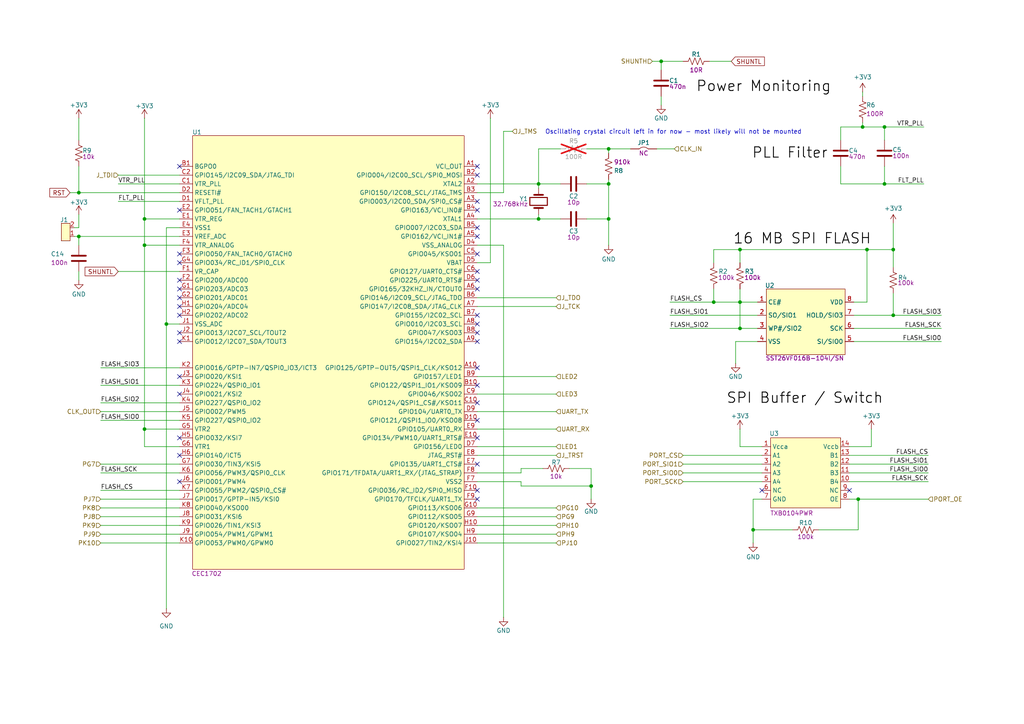
<source format=kicad_sch>
(kicad_sch (version 20231120) (generator "eeschema") (generator_version "8.0")
  (paper "A4")
  (lib_symbols
    (symbol "0603_Yageo_Res:RES_100R_0603" (pin_numbers hide)
      (property "Reference" "R" (at -20.32 5.08 0))
      (property "Display Value" "100R" (at 15.24 5.08 0))
      (symbol "RES_100R_0603_1_1"
        (pin passive line (at -3.81 0 0) (length 1.27) (name "~") (number "1"))
        (pin passive line (at 3.81 0 180) (length 1.27) (name "~") (number "2"))
      )
    )
    (symbol "0603_Yageo_Res:RES_100k_0603" (pin_numbers hide)
      (property "Reference" "R" (at -20.32 5.08 0))
      (property "Display Value" "100k" (at 15.24 5.08 0))
      (symbol "RES_100k_0603_1_1"
        (pin passive line (at -3.81 0 0) (length 1.27) (name "~") (number "1"))
        (pin passive line (at 3.81 0 180) (length 1.27) (name "~") (number "2"))
      )
    )
    (symbol "0603_Yageo_Res:RES_10R_0603" (pin_numbers hide)
      (property "Reference" "R" (at -20.32 5.08 0))
      (property "Display Value" "10R" (at 15.24 5.08 0))
      (symbol "RES_10R_0603_1_1"
        (pin passive line (at -3.81 0 0) (length 1.27) (name "~") (number "1"))
        (pin passive line (at 3.81 0 180) (length 1.27) (name "~") (number "2"))
      )
    )
    (symbol "0603_Yageo_Res:RES_10k_0603" (pin_numbers hide)
      (property "Reference" "R" (at -20.32 5.08 0))
      (property "Display Value" "10k" (at 15.24 5.08 0))
      (symbol "RES_10k_0603_1_1"
        (pin passive line (at -3.81 0 0) (length 1.27) (name "~") (number "1"))
        (pin passive line (at 3.81 0 180) (length 1.27) (name "~") (number "2"))
      )
    )
    (symbol "0603_Yageo_Res:RES_910k_0603" (pin_numbers hide)
      (property "Reference" "R" (at -20.32 5.08 0))
      (property "Display Value" "910k" (at 15.24 5.08 0))
      (symbol "RES_910k_0603_1_1"
        (pin passive line (at -3.81 0 0) (length 1.27) (name "~") (number "1"))
        (pin passive line (at 3.81 0 180) (length 1.27) (name "~") (number "2"))
      )
    )
    (symbol "NAE_Connectors:Solder_Jumper_2_NC" (pin_numbers hide)
      (property "Reference" "JP" (at -3.81 3.81 0))
      (property "Display Value" "NC" (at -3.81 0 0))
      (symbol "Solder_Jumper_2_NC_1_1"
        (pin unspecified line (at 0 3.81 270) (length 2.54) (name "") (number "1"))
        (pin unspecified line (at 0 -3.81 90) (length 2.54) (name "") (number "2"))
      )
    )
    (symbol "NAE_Connectors:VERT_HDR_2_2.54mm"
      (property "Reference" "J" (at 0 3.81 0))
      (symbol "VERT_HDR_2_2.54mm_1_1"
        (pin passive line (at -2.54 1.27 0) (length 1.27) (name "") (number "1"))
        (pin passive line (at -2.54 -1.27 0) (length 1.27) (name "") (number "2"))
      )
    )
    (symbol "NAE_Crystals:Crystal_32.768kHz_SMD" (pin_numbers hide)
      (property "Reference" "Y" (at 0 3.81 0))
      (property "Display Value" "32.768kHz" (at 0 -3.81 0))
      (symbol "Crystal_32.768kHz_SMD_1_1"
        (pin passive line (at -3.81 0 0) (length 1.27) (name "") (number "1"))
        (pin passive line (at 3.81 0 180) (length 1.27) (name "") (number "2"))
      )
    )
    (symbol "NAE_Integrated_Circuits:CEC1702"
      (property "Reference" "U" (at -35.56 10.16 0))
      (property "Display Value" "CEC1702" (at -35.56 -118.11 0))
      (symbol "CEC1702_1_1"
        (pin unspecified line (at 43.18 0 180) (length 3.81) (name "VCI_OUT") (number "A1"))
        (pin unspecified line (at 43.18 -58.42 180) (length 3.81) (name "GPIO125/GPTP-OUT5/QSPI1_CLK/KSO12") (number "A10"))
        (pin unspecified line (at 43.18 -5.08 180) (length 3.81) (name "XTAL2") (number "A2"))
        (pin unspecified line (at 43.18 -10.16 180) (length 3.81) (name "GPIO003/I2C00_SDA/SPI0_CS#") (number "A3"))
        (pin unspecified line (at 43.18 -15.24 180) (length 3.81) (name "XTAL1") (number "A4"))
        (pin unspecified line (at 43.18 -20.32 180) (length 3.81) (name "GPIO162/VCI_IN1#") (number "A5"))
        (pin unspecified line (at 43.18 -35.56 180) (length 3.81) (name "GPIO165/32KHZ_IN/CTOUT0") (number "A6"))
        (pin unspecified line (at 43.18 -40.64 180) (length 3.81) (name "GPIO147/I2C08_SDA/JTAG_CLK") (number "A7"))
        (pin unspecified line (at 43.18 -45.72 180) (length 3.81) (name "GPIO010/I2C03_SCL") (number "A8"))
        (pin unspecified line (at 43.18 -50.8 180) (length 3.81) (name "GPIO154/I2C02_SDA") (number "A9"))
        (pin unspecified line (at -43.18 0 0) (length 3.81) (name "BGPO0") (number "B1"))
        (pin unspecified line (at 43.18 -63.5 180) (length 3.81) (name "GPIO122/QSPI1_IO1/KSO09") (number "B10"))
        (pin unspecified line (at 43.18 -2.54 180) (length 3.81) (name "GPIO004/I2C00_SCL/SPI0_MOSI") (number "B2"))
        (pin unspecified line (at 43.18 -7.62 180) (length 3.81) (name "GPIO150/I2C08_SCL/JTAG_TMS") (number "B3"))
        (pin unspecified line (at 43.18 -12.7 180) (length 3.81) (name "GPIO163/VCI_IN0#") (number "B4"))
        (pin unspecified line (at 43.18 -17.78 180) (length 3.81) (name "GPIO007/I2C03_SDA") (number "B5"))
        (pin unspecified line (at 43.18 -38.1 180) (length 3.81) (name "GPIO146/I2C09_SCL/JTAG_TDO") (number "B6"))
        (pin unspecified line (at 43.18 -43.18 180) (length 3.81) (name "GPIO155/I2C02_SCL") (number "B7"))
        (pin unspecified line (at 43.18 -48.26 180) (length 3.81) (name "GPIO047/KSO03") (number "B8"))
        (pin unspecified line (at 43.18 -60.96 180) (length 3.81) (name "GPIO157/LED1") (number "B9"))
        (pin unspecified line (at -43.18 -5.08 0) (length 3.81) (name "VTR_PLL") (number "C1"))
        (pin unspecified line (at 43.18 -68.58 180) (length 3.81) (name "GPIO124/QSPI1_CS#/KSO11") (number "C10"))
        (pin unspecified line (at -43.18 -2.54 0) (length 3.81) (name "GPIO145/I2C09_SDA/JTAG_TDI") (number "C2"))
        (pin unspecified line (at 43.18 -25.4 180) (length 3.81) (name "GPIO045/KSO01") (number "C5"))
        (pin unspecified line (at 43.18 -30.48 180) (length 3.81) (name "GPIO127/UART0_CTS#") (number "C6"))
        (pin unspecified line (at 43.18 -66.04 180) (length 3.81) (name "GPIO046/KSO02") (number "C9"))
        (pin unspecified line (at -43.18 -10.16 0) (length 3.81) (name "VFLT_PLL") (number "D1"))
        (pin unspecified line (at 43.18 -73.66 180) (length 3.81) (name "GPIO121/QSPI1_IO0/KSO08") (number "D10"))
        (pin unspecified line (at -43.18 -7.62 0) (length 3.81) (name "RESETI#") (number "D2"))
        (pin unspecified line (at 43.18 -22.86 180) (length 3.81) (name "VSS_ANALOG") (number "D4"))
        (pin unspecified line (at 43.18 -27.94 180) (length 3.81) (name "VBAT") (number "D5"))
        (pin unspecified line (at 43.18 -33.02 180) (length 3.81) (name "GPIO225/UART0_RTS#") (number "D6"))
        (pin unspecified line (at 43.18 -81.28 180) (length 3.81) (name "GPIO156/LED0") (number "D7"))
        (pin unspecified line (at 43.18 -71.12 180) (length 3.81) (name "GPIO104/UART0_TX") (number "D9"))
        (pin unspecified line (at -43.18 -15.24 0) (length 3.81) (name "VTR_REG") (number "E1"))
        (pin unspecified line (at 43.18 -78.74 180) (length 3.81) (name "GPIO134/PWM10/UART1_RTS#") (number "E10"))
        (pin unspecified line (at -43.18 -12.7 0) (length 3.81) (name "GPIO051/FAN_TACH1/GTACH1") (number "E2"))
        (pin unspecified line (at -43.18 -20.32 0) (length 3.81) (name "VREF_ADC") (number "E3"))
        (pin unspecified line (at -43.18 -17.78 0) (length 3.81) (name "VSS1") (number "E4"))
        (pin unspecified line (at 43.18 -86.36 180) (length 3.81) (name "GPIO135/UART1_CTS#") (number "E7"))
        (pin unspecified line (at 43.18 -83.82 180) (length 3.81) (name "JTAG_RST#") (number "E8"))
        (pin unspecified line (at 43.18 -76.2 180) (length 3.81) (name "GPIO105/UART0_RX") (number "E9"))
        (pin unspecified line (at -43.18 -30.48 0) (length 3.81) (name "VR_CAP") (number "F1"))
        (pin unspecified line (at 43.18 -93.98 180) (length 3.81) (name "GPIO036/RC_ID2/SPI0_MISO") (number "F10"))
        (pin unspecified line (at -43.18 -33.02 0) (length 3.81) (name "GPIO200/ADC00") (number "F2"))
        (pin unspecified line (at -43.18 -25.4 0) (length 3.81) (name "GPIO050/FAN_TACH0/GTACH0") (number "F3"))
        (pin unspecified line (at -43.18 -22.86 0) (length 3.81) (name "VTR_ANALOG") (number "F4"))
        (pin unspecified line (at 43.18 -91.44 180) (length 3.81) (name "VSS2") (number "F7"))
        (pin unspecified line (at 43.18 -88.9 180) (length 3.81) (name "GPIO171/TFDATA/UART1_RX/(JTAG_STRAP)") (number "F8"))
        (pin unspecified line (at 43.18 -96.52 180) (length 3.81) (name "GPIO170/TFCLK/UART1_TX") (number "F9"))
        (pin unspecified line (at -43.18 -35.56 0) (length 3.81) (name "GPIO203/ADC03") (number "G1"))
        (pin unspecified line (at 43.18 -99.06 180) (length 3.81) (name "GPIO113/KSO06") (number "G10"))
        (pin unspecified line (at -43.18 -38.1 0) (length 3.81) (name "GPIO201/ADC01") (number "G2"))
        (pin unspecified line (at -43.18 -27.94 0) (length 3.81) (name "GPIO034/RC_ID1/SPI0_CLK") (number "G4"))
        (pin unspecified line (at -43.18 -76.2 0) (length 3.81) (name "VTR2") (number "G5"))
        (pin unspecified line (at -43.18 -81.28 0) (length 3.81) (name "VTR1") (number "G6"))
        (pin unspecified line (at -43.18 -86.36 0) (length 3.81) (name "GPIO030/TIN3/KSI5") (number "G7"))
        (pin unspecified line (at 43.18 -101.6 180) (length 3.81) (name "GPIO112/KSO05") (number "G9"))
        (pin unspecified line (at -43.18 -40.64 0) (length 3.81) (name "GPIO204/ADC04") (number "H1"))
        (pin unspecified line (at 43.18 -104.14 180) (length 3.81) (name "GPIO120/KSO07") (number "H10"))
        (pin unspecified line (at -43.18 -43.18 0) (length 3.81) (name "GPIO202/ADC02") (number "H2"))
        (pin unspecified line (at -43.18 -78.74 0) (length 3.81) (name "GPIO032/KSI7") (number "H5"))
        (pin unspecified line (at -43.18 -83.82 0) (length 3.81) (name "GPIO140/ICT5") (number "H6"))
        (pin unspecified line (at 43.18 -106.68 180) (length 3.81) (name "GPIO107/KSO04") (number "H9"))
        (pin unspecified line (at -43.18 -45.72 0) (length 3.81) (name "VSS_ADC") (number "J1"))
        (pin unspecified line (at 43.18 -109.22 180) (length 3.81) (name "GPIO027/TIN2/KSI4") (number "J10"))
        (pin unspecified line (at -43.18 -48.26 0) (length 3.81) (name "GPIO013/I2C07_SCL/TOUT2") (number "J2"))
        (pin unspecified line (at -43.18 -60.96 0) (length 3.81) (name "GPIO020/KSI1") (number "J3"))
        (pin unspecified line (at -43.18 -66.04 0) (length 3.81) (name "GPIO021/KSI2") (number "J4"))
        (pin unspecified line (at -43.18 -71.12 0) (length 3.81) (name "GPIO002/PWM5") (number "J5"))
        (pin unspecified line (at -43.18 -91.44 0) (length 3.81) (name "GPIO001/PWM4") (number "J6"))
        (pin unspecified line (at -43.18 -96.52 0) (length 3.81) (name "GPIO017/GPTP-IN5/KSI0") (number "J7"))
        (pin unspecified line (at -43.18 -101.6 0) (length 3.81) (name "GPIO031/KSI6") (number "J8"))
        (pin unspecified line (at -43.18 -106.68 0) (length 3.81) (name "GPIO054/PWM1/GPWM1") (number "J9"))
        (pin unspecified line (at -43.18 -50.8 0) (length 3.81) (name "GPIO012/I2C07_SDA/TOUT3") (number "K1"))
        (pin unspecified line (at -43.18 -109.22 0) (length 3.81) (name "GPIO053/PWM0/GPWM0") (number "K10"))
        (pin unspecified line (at -43.18 -58.42 0) (length 3.81) (name "GPIO016/GPTP-IN7/QSPI0_IO3/ICT3") (number "K2"))
        (pin unspecified line (at -43.18 -63.5 0) (length 3.81) (name "GPIO224/QSPI0_IO1") (number "K3"))
        (pin unspecified line (at -43.18 -68.58 0) (length 3.81) (name "GPIO227/QSPI0_IO2") (number "K4"))
        (pin unspecified line (at -43.18 -73.66 0) (length 3.81) (name "GPIO227/QSPI0_IO2") (number "K5"))
        (pin unspecified line (at -43.18 -88.9 0) (length 3.81) (name "GPIO056/PWM3/QSPI0_CLK") (number "K6"))
        (pin unspecified line (at -43.18 -93.98 0) (length 3.81) (name "GPIO055/PWM2/QSPI0_CS#") (number "K7"))
        (pin unspecified line (at -43.18 -99.06 0) (length 3.81) (name "GPIO040/KSO00") (number "K8"))
        (pin unspecified line (at -43.18 -104.14 0) (length 3.81) (name "GPIO026/TIN1/KSI3") (number "K9"))
      )
    )
    (symbol "NAE_Integrated_Circuits:SST26VF016B"
      (property "Reference" "U" (at -10.16 5.08 0))
      (property "Display Value" "SST26VF016B-104I/SN" (at 0 -16.51 0))
      (symbol "SST26VF016B_1_1"
        (pin unspecified line (at -13.97 0 0) (length 2.54) (name "CE#") (number "1"))
        (pin unspecified line (at -13.97 -3.81 0) (length 2.54) (name "SO/SIO1") (number "2"))
        (pin unspecified line (at -13.97 -7.62 0) (length 2.54) (name "WP#/SIO2") (number "3"))
        (pin unspecified line (at -13.97 -11.43 0) (length 2.54) (name "VSS") (number "4"))
        (pin unspecified line (at 13.97 -11.43 180) (length 2.54) (name "SI/SIO0") (number "5"))
        (pin unspecified line (at 13.97 -7.62 180) (length 2.54) (name "SCK") (number "6"))
        (pin unspecified line (at 13.97 -3.81 180) (length 2.54) (name "HOLD/SIO3") (number "7"))
        (pin unspecified line (at 13.97 0 180) (length 2.54) (name "VDD") (number "8"))
      )
    )
    (symbol "NAE_Integrated_Circuits:TXB0104PWR"
      (property "Reference" "U" (at -10.16 3.81 0))
      (property "Display Value" "TXB0104PWR" (at -3.81 -20.32 0))
      (symbol "TXB0104PWR_1_1"
        (pin unspecified line (at -12.7 0 0) (length 2.54) (name "Vcca") (number "1"))
        (pin unspecified line (at 12.7 -10.16 180) (length 2.54) (name "B4") (number "10"))
        (pin unspecified line (at 12.7 -7.62 180) (length 2.54) (name "B3") (number "11"))
        (pin unspecified line (at 12.7 -5.08 180) (length 2.54) (name "B2") (number "12"))
        (pin unspecified line (at 12.7 -2.54 180) (length 2.54) (name "B1") (number "13"))
        (pin unspecified line (at 12.7 0 180) (length 2.54) (name "Vccb") (number "14"))
        (pin unspecified line (at -12.7 -2.54 0) (length 2.54) (name "A1") (number "2"))
        (pin unspecified line (at -12.7 -5.08 0) (length 2.54) (name "A2") (number "3"))
        (pin unspecified line (at -12.7 -7.62 0) (length 2.54) (name "A3") (number "4"))
        (pin unspecified line (at -12.7 -10.16 0) (length 2.54) (name "A4") (number "5"))
        (pin unspecified line (at -12.7 -12.7 0) (length 2.54) (name "NC") (number "6"))
        (pin unspecified line (at -12.7 -15.24 0) (length 2.54) (name "GND") (number "7"))
        (pin unspecified line (at 12.7 -15.24 180) (length 2.54) (name "OE") (number "8"))
        (pin unspecified line (at 12.7 -12.7 180) (length 2.54) (name "NC") (number "9"))
      )
    )
    (symbol "Silkscreen_Symbols:CE_Free" (in_bom no)
      (property "Reference" "PCB" (at -2.54 6.35 0))
      (property "Value" "CE Symbol" (at 0 0 0))
    )
    (symbol "Silkscreen_Symbols:Pb_Free" (in_bom no)
      (property "Reference" "PCB" (at 0 0 0))
      (property "Value" "Pb_Free Symbol" (at 0 0 0))
    )
    (symbol "Silkscreen_Symbols:UKCA" (in_bom no)
      (property "Reference" "PCB" (at 0 0 0))
      (property "Value" "UKCA symbol" (at 0 0 0))
    )
    (symbol "Silkscreen_Symbols:WEEE" (in_bom no)
      (property "Reference" "PCB" (at -1.27 4.445 0))
      (property "Value" "WEEE SYMBOL" (at 0 0 0))
    )
    (symbol "nae_caps:CAP_100n_50V_0603" (pin_numbers hide)
      (property "Reference" "C" (at -20.32 5.08 0))
      (property "Display Value" "100n" (at 15.24 5.08 0))
      (symbol "CAP_100n_50V_0603_1_1"
        (pin passive line (at -3.81 0 0) (length 2.794) (name "~") (number "1"))
        (pin passive line (at 3.81 0 180) (length 2.794) (name "~") (number "2"))
      )
    )
    (symbol "nae_caps:CAP_100n_6.3V_0603" (pin_numbers hide)
      (property "Reference" "C" (at -20.32 5.08 0))
      (property "Display Value" "100n" (at 15.24 5.08 0))
      (symbol "CAP_100n_6.3V_0603_1_1"
        (pin passive line (at -3.81 0 0) (length 2.794) (name "~") (number "1"))
        (pin passive line (at 3.81 0 180) (length 2.794) (name "~") (number "2"))
      )
    )
    (symbol "nae_caps:CAP_10p_10V_0603" (pin_numbers hide)
      (property "Reference" "C" (at -20.32 5.08 0))
      (property "Display Value" "10p" (at 15.24 5.08 0))
      (symbol "CAP_10p_10V_0603_1_1"
        (pin passive line (at -3.81 0 0) (length 2.794) (name "~") (number "1"))
        (pin passive line (at 3.81 0 180) (length 2.794) (name "~") (number "2"))
      )
    )
    (symbol "nae_caps:CAP_470n_10V_0603" (pin_numbers hide)
      (property "Reference" "C" (at -20.32 5.08 0))
      (property "Display Value" "470n" (at 15.24 5.08 0))
      (symbol "CAP_470n_10V_0603_1_1"
        (pin passive line (at -3.81 0 0) (length 2.794) (name "~") (number "1"))
        (pin passive line (at 3.81 0 180) (length 2.794) (name "~") (number "2"))
      )
    )
    (symbol "power:+3V3" (power) (pin_numbers hide) (pin_names (offset 0) hide)
      (property "Value" "+3V3" (at 0 3.556 0))
      (symbol "+3V3_1_1"
        (pin power_in line (at 0 0 90) (length 0) (name "~") (number "1"))
      )
    )
    (symbol "power:GND" (power) (pin_numbers hide) (pin_names (offset 0) hide)
      (property "Value" "GND" (at 0 -3.81 0))
      (symbol "GND_1_1"
        (pin power_in line (at 0 0 270) (length 0) (name "~") (number "1"))
      )
    )
  )
  (junction (at 259.08 91.44))
  (junction (at 156.21 53.34))
  (junction (at 171.45 140.97))
  (junction (at 156.21 63.5))
  (junction (at 176.53 53.34))
  (junction (at 191.77 17.78))
  (junction (at 214.63 87.63))
  (junction (at 250.19 36.83))
  (junction (at 176.53 63.5))
  (junction (at 214.63 95.25))
  (junction (at 41.91 124.46))
  (junction (at 214.63 72.39))
  (junction (at 41.91 71.12))
  (junction (at 256.54 36.83))
  (junction (at 218.44 153.67))
  (junction (at 251.46 72.39))
  (junction (at 176.53 43.18))
  (junction (at 248.92 144.78))
  (junction (at 48.26 93.98))
  (junction (at 207.01 87.63))
  (junction (at 22.86 68.58))
  (junction (at 256.54 53.34))
  (junction (at 259.08 72.39))
  (junction (at 22.86 55.88))
  (junction (at 41.91 63.5))
  (no_connect (at 138.43 142.24))
  (no_connect (at 52.07 60.96))
  (no_connect (at 138.43 60.96))
  (no_connect (at 52.07 127))
  (no_connect (at 138.43 111.76))
  (no_connect (at 52.07 109.22))
  (no_connect (at 138.43 106.68))
  (no_connect (at 52.07 139.7))
  (no_connect (at 138.43 50.8))
  (no_connect (at 52.07 99.06))
  (no_connect (at 138.43 48.26))
  (no_connect (at 138.43 116.84))
  (no_connect (at 138.43 144.78))
  (no_connect (at 138.43 81.28))
  (no_connect (at 52.07 81.28))
  (no_connect (at 138.43 99.06))
  (no_connect (at 138.43 68.58))
  (no_connect (at 138.43 58.42))
  (no_connect (at 52.07 88.9))
  (no_connect (at 138.43 78.74))
  (no_connect (at 138.43 121.92))
  (no_connect (at 52.07 114.3))
  (no_connect (at 52.07 48.26))
  (no_connect (at 138.43 66.04))
  (no_connect (at 138.43 83.82))
  (no_connect (at 138.43 96.52))
  (no_connect (at 138.43 93.98))
  (no_connect (at 220.98 142.24))
  (no_connect (at 52.07 86.36))
  (no_connect (at 52.07 73.66))
  (no_connect (at 138.43 134.62))
  (no_connect (at 246.38 142.24))
  (no_connect (at 52.07 132.08))
  (no_connect (at 52.07 76.2))
  (no_connect (at 138.43 127))
  (no_connect (at 52.07 83.82))
  (no_connect (at 138.43 91.44))
  (no_connect (at 52.07 91.44))
  (no_connect (at 52.07 96.52))
  (no_connect (at 138.43 73.66))
  (wire (pts (xy 246.38 134.62) (xy 269.24 134.62)))
  (wire (pts (xy 176.53 63.5) (xy 176.53 71.12)))
  (wire (pts (xy 237.49 153.67) (xy 248.92 153.67)))
  (wire (pts (xy 151.13 140.97) (xy 171.45 140.97)))
  (wire (pts (xy 246.38 144.78) (xy 248.92 144.78)))
  (wire (pts (xy 156.21 53.34) (xy 156.21 54.61)))
  (wire (pts (xy 29.21 142.24) (xy 52.07 142.24)))
  (wire (pts (xy 214.63 72.39) (xy 251.46 72.39)))
  (wire (pts (xy 41.91 63.5) (xy 52.07 63.5)))
  (wire (pts (xy 247.65 99.06) (xy 273.05 99.06)))
  (wire (pts (xy 29.21 154.94) (xy 52.07 154.94)))
  (wire (pts (xy 220.98 129.54) (xy 214.63 129.54)))
  (wire (pts (xy 243.84 53.34) (xy 256.54 53.34)))
  (wire (pts (xy 146.05 71.12) (xy 146.05 179.07)))
  (wire (pts (xy 22.86 55.88) (xy 52.07 55.88)))
  (wire (pts (xy 259.08 91.44) (xy 273.05 91.44)))
  (wire (pts (xy 146.05 38.1) (xy 146.05 55.88)))
  (wire (pts (xy 138.43 152.4) (xy 161.29 152.4)))
  (wire (pts (xy 22.86 68.58) (xy 21.59 68.58)))
  (wire (pts (xy 246.38 139.7) (xy 269.24 139.7)))
  (wire (pts (xy 256.54 53.34) (xy 267.97 53.34)))
  (wire (pts (xy 219.71 99.06) (xy 213.36 99.06)))
  (wire (pts (xy 218.44 144.78) (xy 218.44 153.67)))
  (wire (pts (xy 176.53 43.18) (xy 176.53 44.45)))
  (wire (pts (xy 156.21 53.34) (xy 156.21 43.18)))
  (wire (pts (xy 48.26 93.98) (xy 48.26 176.53)))
  (wire (pts (xy 41.91 34.29) (xy 41.91 63.5)))
  (wire (pts (xy 151.13 140.97) (xy 151.13 139.7)))
  (wire (pts (xy 138.43 71.12) (xy 146.05 71.12)))
  (wire (pts (xy 189.23 17.78) (xy 191.77 17.78)))
  (wire (pts (xy 207.01 76.2) (xy 207.01 72.39)))
  (wire (pts (xy 250.19 26.67) (xy 250.19 27.94)))
  (wire (pts (xy 246.38 132.08) (xy 269.24 132.08)))
  (wire (pts (xy 138.43 76.2) (xy 142.24 76.2)))
  (wire (pts (xy 214.63 72.39) (xy 214.63 76.2)))
  (wire (pts (xy 138.43 88.9) (xy 161.29 88.9)))
  (wire (pts (xy 251.46 87.63) (xy 251.46 72.39)))
  (wire (pts (xy 256.54 36.83) (xy 267.97 36.83)))
  (wire (pts (xy 247.65 95.25) (xy 273.05 95.25)))
  (wire (pts (xy 29.21 147.32) (xy 52.07 147.32)))
  (wire (pts (xy 41.91 124.46) (xy 41.91 129.54)))
  (wire (pts (xy 190.5 43.18) (xy 195.58 43.18)))
  (wire (pts (xy 151.13 135.89) (xy 157.48 135.89)))
  (wire (pts (xy 29.21 157.48) (xy 52.07 157.48)))
  (wire (pts (xy 156.21 43.18) (xy 162.56 43.18)))
  (wire (pts (xy 251.46 72.39) (xy 259.08 72.39)))
  (wire (pts (xy 138.43 86.36) (xy 161.29 86.36)))
  (wire (pts (xy 22.86 68.58) (xy 22.86 71.12)))
  (wire (pts (xy 156.21 53.34) (xy 162.56 53.34)))
  (wire (pts (xy 138.43 55.88) (xy 146.05 55.88)))
  (wire (pts (xy 48.26 66.04) (xy 48.26 93.98)))
  (wire (pts (xy 156.21 63.5) (xy 162.56 63.5)))
  (wire (pts (xy 170.18 63.5) (xy 176.53 63.5)))
  (wire (pts (xy 213.36 99.06) (xy 213.36 105.41)))
  (wire (pts (xy 41.91 124.46) (xy 52.07 124.46)))
  (wire (pts (xy 138.43 63.5) (xy 156.21 63.5)))
  (wire (pts (xy 29.21 149.86) (xy 52.07 149.86)))
  (wire (pts (xy 22.86 55.88) (xy 22.86 48.26)))
  (wire (pts (xy 138.43 149.86) (xy 161.29 149.86)))
  (wire (pts (xy 198.12 132.08) (xy 220.98 132.08)))
  (wire (pts (xy 256.54 53.34) (xy 256.54 48.26)))
  (wire (pts (xy 138.43 124.46) (xy 161.29 124.46)))
  (wire (pts (xy 142.24 34.29) (xy 142.24 76.2)))
  (wire (pts (xy 34.29 53.34) (xy 52.07 53.34)))
  (wire (pts (xy 29.21 119.38) (xy 52.07 119.38)))
  (wire (pts (xy 214.63 95.25) (xy 219.71 95.25)))
  (wire (pts (xy 171.45 135.89) (xy 171.45 140.97)))
  (wire (pts (xy 250.19 35.56) (xy 250.19 36.83)))
  (wire (pts (xy 29.21 137.16) (xy 52.07 137.16)))
  (wire (pts (xy 243.84 36.83) (xy 250.19 36.83)))
  (wire (pts (xy 259.08 77.47) (xy 259.08 72.39)))
  (wire (pts (xy 22.86 78.74) (xy 22.86 81.28)))
  (wire (pts (xy 218.44 153.67) (xy 218.44 157.48)))
  (wire (pts (xy 48.26 93.98) (xy 52.07 93.98)))
  (wire (pts (xy 214.63 87.63) (xy 219.71 87.63)))
  (wire (pts (xy 41.91 129.54) (xy 52.07 129.54)))
  (wire (pts (xy 214.63 124.46) (xy 214.63 129.54)))
  (wire (pts (xy 246.38 137.16) (xy 269.24 137.16)))
  (wire (pts (xy 248.92 144.78) (xy 269.24 144.78)))
  (wire (pts (xy 256.54 36.83) (xy 256.54 40.64)))
  (wire (pts (xy 243.84 48.26) (xy 243.84 53.34)))
  (wire (pts (xy 198.12 137.16) (xy 220.98 137.16)))
  (wire (pts (xy 176.53 53.34) (xy 176.53 63.5)))
  (wire (pts (xy 138.43 119.38) (xy 161.29 119.38)))
  (wire (pts (xy 214.63 83.82) (xy 214.63 87.63)))
  (wire (pts (xy 29.21 144.78) (xy 52.07 144.78)))
  (wire (pts (xy 250.19 36.83) (xy 256.54 36.83)))
  (wire (pts (xy 138.43 53.34) (xy 156.21 53.34)))
  (wire (pts (xy 29.21 106.68) (xy 52.07 106.68)))
  (wire (pts (xy 34.29 58.42) (xy 52.07 58.42)))
  (wire (pts (xy 138.43 114.3) (xy 161.29 114.3)))
  (wire (pts (xy 218.44 153.67) (xy 229.87 153.67)))
  (wire (pts (xy 194.31 87.63) (xy 207.01 87.63)))
  (wire (pts (xy 138.43 132.08) (xy 161.29 132.08)))
  (wire (pts (xy 34.29 78.74) (xy 52.07 78.74)))
  (wire (pts (xy 29.21 121.92) (xy 52.07 121.92)))
  (wire (pts (xy 29.21 116.84) (xy 52.07 116.84)))
  (wire (pts (xy 41.91 63.5) (xy 41.91 71.12)))
  (wire (pts (xy 138.43 157.48) (xy 161.29 157.48)))
  (wire (pts (xy 194.31 95.25) (xy 214.63 95.25)))
  (wire (pts (xy 248.92 153.67) (xy 248.92 144.78)))
  (wire (pts (xy 41.91 71.12) (xy 52.07 71.12)))
  (wire (pts (xy 170.18 53.34) (xy 176.53 53.34)))
  (wire (pts (xy 259.08 64.77) (xy 259.08 72.39)))
  (wire (pts (xy 246.38 129.54) (xy 252.73 129.54)))
  (wire (pts (xy 194.31 91.44) (xy 219.71 91.44)))
  (wire (pts (xy 171.45 140.97) (xy 171.45 144.78)))
  (wire (pts (xy 247.65 91.44) (xy 259.08 91.44)))
  (wire (pts (xy 41.91 71.12) (xy 41.91 124.46)))
  (wire (pts (xy 29.21 152.4) (xy 52.07 152.4)))
  (wire (pts (xy 170.18 43.18) (xy 176.53 43.18)))
  (wire (pts (xy 20.32 55.88) (xy 22.86 55.88)))
  (wire (pts (xy 151.13 135.89) (xy 151.13 137.16)))
  (wire (pts (xy 138.43 147.32) (xy 161.29 147.32)))
  (wire (pts (xy 243.84 40.64) (xy 243.84 36.83)))
  (wire (pts (xy 176.53 43.18) (xy 182.88 43.18)))
  (wire (pts (xy 207.01 87.63) (xy 214.63 87.63)))
  (wire (pts (xy 151.13 139.7) (xy 138.43 139.7)))
  (wire (pts (xy 171.45 135.89) (xy 165.1 135.89)))
  (wire (pts (xy 138.43 109.22) (xy 161.29 109.22)))
  (wire (pts (xy 156.21 62.23) (xy 156.21 63.5)))
  (wire (pts (xy 214.63 87.63) (xy 214.63 95.25)))
  (wire (pts (xy 29.21 134.62) (xy 52.07 134.62)))
  (wire (pts (xy 22.86 66.04) (xy 22.86 62.23)))
  (wire (pts (xy 21.59 66.04) (xy 22.86 66.04)))
  (wire (pts (xy 259.08 85.09) (xy 259.08 91.44)))
  (wire (pts (xy 22.86 34.29) (xy 22.86 40.64)))
  (wire (pts (xy 191.77 27.94) (xy 191.77 30.48)))
  (wire (pts (xy 198.12 139.7) (xy 220.98 139.7)))
  (wire (pts (xy 151.13 137.16) (xy 138.43 137.16)))
  (wire (pts (xy 138.43 129.54) (xy 161.29 129.54)))
  (wire (pts (xy 207.01 72.39) (xy 214.63 72.39)))
  (wire (pts (xy 22.86 68.58) (xy 52.07 68.58)))
  (wire (pts (xy 205.74 17.78) (xy 212.09 17.78)))
  (wire (pts (xy 191.77 17.78) (xy 198.12 17.78)))
  (wire (pts (xy 34.29 50.8) (xy 52.07 50.8)))
  (wire (pts (xy 48.26 66.04) (xy 52.07 66.04)))
  (wire (pts (xy 252.73 124.46) (xy 252.73 129.54)))
  (wire (pts (xy 138.43 154.94) (xy 161.29 154.94)))
  (wire (pts (xy 207.01 83.82) (xy 207.01 87.63)))
  (wire (pts (xy 191.77 17.78) (xy 191.77 20.32)))
  (wire (pts (xy 220.98 144.78) (xy 218.44 144.78)))
  (wire (pts (xy 247.65 87.63) (xy 251.46 87.63)))
  (wire (pts (xy 148.59 38.1) (xy 146.05 38.1)))
  (wire (pts (xy 176.53 52.07) (xy 176.53 53.34)))
  (wire (pts (xy 198.12 134.62) (xy 220.98 134.62)))
  (wire (pts (xy 29.21 111.76) (xy 52.07 111.76)))
  (text "PLL Filter" (at 229.108 44.45 0) (effects (font (size 3 3) (thickness 0.254) (bold yes))))
  (text "16 MB SPI FLASH" (at 232.664 69.342 0) (effects (font (size 3 3) (thickness 0.254) (bold yes))))
  (text "Power Monitoring" (at 221.488 25.146 0) (effects (font (size 3 3) (thickness 0.254) (bold yes))))
  (text "Oscillating crystal circuit left in for now - most likely will not be mounted" (at 195.326 38.354 0) (effects (font (size 1.27 1.27))))
  (text "SPI Buffer / Switch" (at 233.426 115.57 0) (effects (font (size 3 3) (thickness 0.254) (bold yes))))
  (label "FLASH_SCK" (at 29.21 137.16 0))
  (label "FLASH_SIO0" (at 273.05 99.06 180))
  (label "FLASH_CS" (at 269.24 132.08 180))
  (label "FLT_PLL" (at 267.97 53.34 180))
  (label "FLASH_SIO1" (at 194.31 91.44 0))
  (label "VTR_PLL" (at 34.29 53.34 0))
  (label "FLASH_SIO0" (at 29.21 121.92 0))
  (label "FLASH_SIO0" (at 269.24 137.16 180))
  (label "FLASH_SIO1" (at 29.21 111.76 0))
  (label "FLASH_SCK" (at 273.05 95.25 180))
  (label "FLASH_SIO2" (at 29.21 116.84 0))
  (label "FLT_PLL" (at 34.29 58.42 0))
  (label "FLASH_CS" (at 29.21 142.24 0))
  (label "FLASH_SIO2" (at 194.31 95.25 0))
  (label "FLASH_SIO3" (at 29.21 106.68 0))
  (label "FLASH_SIO1" (at 269.24 134.62 180))
  (label "VTR_PLL" (at 267.97 36.83 180))
  (label "FLASH_CS" (at 194.31 87.63 0))
  (label "FLASH_SCK" (at 269.24 139.7 180))
  (label "FLASH_SIO3" (at 273.05 91.44 180))
  (global_label "RST" (shape input) (at 20.32 55.88 180) (property "Intersheetrefs" "${INTERSHEET_REFS}" (effects (hide yes))))
  (global_label "SHUNTL" (shape input) (at 34.29 78.74 180) (property "Intersheetrefs" "${INTERSHEET_REFS}" (effects (hide yes))))
  (global_label "SHUNTL" (shape input) (at 212.09 17.78 0) (property "Intersheetrefs" "${INTERSHEET_REFS}" (effects (hide yes))))
  (hierarchical_label "J_TDI" (shape input) (at 34.29 50.8 180))
  (hierarchical_label "PORT_SIO0" (shape input) (at 198.12 137.16 180))
  (hierarchical_label "SHUNTH" (shape input) (at 189.23 17.78 180))
  (hierarchical_label "PORT_SIO1" (shape input) (at 198.12 134.62 180))
  (hierarchical_label "J_TDO" (shape input) (at 161.29 86.36 0))
  (hierarchical_label "PG10" (shape input) (at 161.29 147.32 0))
  (hierarchical_label "PK9" (shape input) (at 29.21 152.4 180))
  (hierarchical_label "LED1" (shape input) (at 161.29 129.54 0))
  (hierarchical_label "PH9" (shape input) (at 161.29 154.94 0))
  (hierarchical_label "PK8" (shape input) (at 29.21 147.32 180))
  (hierarchical_label "J_TRST" (shape input) (at 161.29 132.08 0))
  (hierarchical_label "CLK_OUT" (shape input) (at 29.21 119.38 180))
  (hierarchical_label "LED2" (shape input) (at 161.29 109.22 0))
  (hierarchical_label "PJ8" (shape input) (at 29.21 149.86 180))
  (hierarchical_label "J_TCK" (shape input) (at 161.29 88.9 0))
  (hierarchical_label "LED3" (shape input) (at 161.29 114.3 0))
  (hierarchical_label "PH10" (shape input) (at 161.29 152.4 0))
  (hierarchical_label "PK10" (shape input) (at 29.21 157.48 180))
  (hierarchical_label "PJ9" (shape input) (at 29.21 154.94 180))
  (hierarchical_label "UART_TX" (shape input) (at 161.29 119.38 0))
  (hierarchical_label "PORT_OE" (shape input) (at 269.24 144.78 0))
  (hierarchical_label "PORT_SCK" (shape input) (at 198.12 139.7 180))
  (hierarchical_label "J_TMS" (shape input) (at 148.59 38.1 0))
  (hierarchical_label "CLK_IN" (shape input) (at 195.58 43.18 0))
  (hierarchical_label "PG7" (shape input) (at 29.21 134.62 180))
  (hierarchical_label "PJ10" (shape input) (at 161.29 157.48 0))
  (hierarchical_label "UART_RX" (shape input) (at 161.29 124.46 0))
  (hierarchical_label "PG9" (shape input) (at 161.29 149.86 0))
  (hierarchical_label "PJ7" (shape input) (at 29.21 144.78 180))
  (hierarchical_label "PORT_CS" (shape input) (at 198.12 132.08 180))
  (symbol (lib_id "power:+3V3") (at 214.63 124.46 0) (unit 1)
    (property "Reference" "#PWR014" (effects (hide yes)))
    (property "Value" "+3V3" (at 214.63 120.65 0))
    (property "Description" "Power symbol creates a global label with name \"+3V3\"" (effects (hide yes)))
  )
  (symbol (lib_id "0603_Yageo_Res:RES_100k_0603") (at 259.08 81.28 270) (unit 1)
    (property "Reference" "R4" (at 263.144 80.518 90) (effects (justify right)))
    (property "Value" "RES_100k_0603" (effects (hide yes)))
    (property "Footprint" "Resistor_SMD:R_0603_1608Metric" (effects (hide yes)))
    (property "Datasheet" "https://www.yageo.com/upload/media/product/products/datasheet/rchip/PYu-RC_Group_51_RoHS_L_12.pdf" (effects (hide yes)))
    (property "Description" "RES 100K OHM 1% 1/10W 0603" (effects (hide yes)))
    (property "Display Value" "100k" (at 265.176 82.042 90) (effects (justify right)))
    (property "Manufacturer" "YAGEO" (effects (hide yes)))
    (property "Manufacturer Part Number" "RC0603FR-07100KL" (effects (hide yes)))
    (property "Supplier 1" "DigiKey" (effects (hide yes)))
    (property "Supplier 1 Part Number" "311-100KHRCT-ND" (effects (hide yes)))
    (property "Supplier 2" "no_data" (effects (hide yes)))
    (property "Supplier 2 Part Number" "no_data" (effects (hide yes)))
  )
  (symbol (lib_id "power:GND") (at 176.53 71.12 0) (unit 1)
    (property "Reference" "#PWR019" (effects (hide yes)))
    (property "Value" "GND" (at 176.53 75.184 0))
    (property "Description" "Power symbol creates a global label with name \"GND\" , ground" (effects (hide yes)))
  )
  (symbol (lib_id "power:GND") (at 22.86 81.28 0) (unit 1)
    (property "Reference" "#PWR025" (effects (hide yes)))
    (property "Value" "GND" (at 22.86 85.344 0))
    (property "Description" "Power symbol creates a global label with name \"GND\" , ground" (effects (hide yes)))
  )
  (symbol (lib_id "0603_Yageo_Res:RES_10k_0603") (at 22.86 44.45 90) (unit 1)
    (property "Reference" "R9" (at 23.876 43.688 90) (effects (justify right)))
    (property "Value" "RES_10k_0603" (effects (hide yes)))
    (property "Footprint" "Resistor_SMD:R_0603_1608Metric" (effects (hide yes)))
    (property "Datasheet" "https://www.yageo.com/upload/media/product/products/datasheet/rchip/PYu-RC_Group_51_RoHS_L_12.pdf" (effects (hide yes)))
    (property "Description" "RES 10K OHM 1% 1/10W 0603" (effects (hide yes)))
    (property "Display Value" "10k" (at 23.876 45.466 90) (effects (justify right)))
    (property "Manufacturer" "YAGEO" (effects (hide yes)))
    (property "Manufacturer Part Number" "RC0603FR-0710KL" (effects (hide yes)))
    (property "Supplier 1" "DigiKey" (effects (hide yes)))
    (property "Supplier 1 Part Number" "311-10.0KHRCT-ND" (effects (hide yes)))
    (property "Supplier 2" "no_data" (effects (hide yes)))
    (property "Supplier 2 Part Number" "no_data" (effects (hide yes)))
  )
  (symbol (lib_id "0603_Yageo_Res:RES_100k_0603") (at 233.68 153.67 0) (unit 1)
    (property "Reference" "R10" (at 233.68 151.638 0))
    (property "Value" "RES_100k_0603" (effects (hide yes)))
    (property "Footprint" "Resistor_SMD:R_0603_1608Metric" (effects (hide yes)))
    (property "Datasheet" "https://www.yageo.com/upload/media/product/products/datasheet/rchip/PYu-RC_Group_51_RoHS_L_12.pdf" (effects (hide yes)))
    (property "Description" "RES 100K OHM 1% 1/10W 0603" (effects (hide yes)))
    (property "Display Value" "100k" (at 233.68 155.702 0))
    (property "Manufacturer" "YAGEO" (effects (hide yes)))
    (property "Manufacturer Part Number" "RC0603FR-07100KL" (effects (hide yes)))
    (property "Supplier 1" "DigiKey" (effects (hide yes)))
    (property "Supplier 1 Part Number" "311-100KHRCT-ND" (effects (hide yes)))
    (property "Supplier 2" "no_data" (effects (hide yes)))
    (property "Supplier 2 Part Number" "no_data" (effects (hide yes)))
  )
  (symbol (lib_id "power:GND") (at 146.05 179.07 0) (unit 1)
    (property "Reference" "#PWR020" (effects (hide yes)))
    (property "Value" "GND" (at 146.05 182.88 0))
    (property "Description" "Power symbol creates a global label with name \"GND\" , ground" (effects (hide yes)))
  )
  (symbol (lib_id "Silkscreen_Symbols:CE_Free") (at -25.4 179.07 0) (unit 1) (in_bom no)
    (property "Reference" "PCB1" (at -22.86 177.7999 0) (effects (justify left)))
    (property "Value" "CE Symbol" (at -22.86 180.3399 0) (effects (justify left)))
    (property "Footprint" "Silkscrren_Symbols:CE-Logo_8.5x6mm_SilkScreen" (effects (hide yes)))
  )
  (symbol (lib_id "power:+3V3") (at 252.73 124.46 0) (unit 1)
    (property "Reference" "#PWR013" (effects (hide yes)))
    (property "Value" "+3V3" (at 252.73 120.65 0))
    (property "Description" "Power symbol creates a global label with name \"+3V3\"" (effects (hide yes)))
  )
  (symbol (lib_id "NAE_Integrated_Circuits:TXB0104PWR") (at 233.68 129.54 0) (unit 1)
    (property "Reference" "U3" (at 224.536 125.73 0))
    (property "Value" "TXB0104PWR" (effects (hide yes)))
    (property "Footprint" "Package_SO:SOIC-14_3.9x8.7mm_P1.27mm" (effects (hide yes)))
    (property "Datasheet" "https://www.ti.com/lit/ds/symlink/txb0104.pdf?HQS=dis-dk-null-digikeymode-dsf-pf-null-wwe&ts=1730452248372&ref_url=https%253A%252F%252Fwww.ti.com%252Fgeneral%252Fdocs%252Fsuppproductinfo.tsp%253FdistId%253D10%2526gotoUrl%253Dhttps%253A%252F%252Fwww.ti.com%252Flit%252Fgpn%252Ftxb0104" (effects (hide yes)))
    (property "Description" "IC TRANSLATOR BIDIR 14TSSOP" (effects (hide yes)))
    (property "Display Value" "TXB0104PWR" (at 229.616 148.844 0))
    (property "Manufacturer" "Texas Instruments" (effects (hide yes)))
    (property "Manufacturer Part Number" "TXB0104PWR" (effects (hide yes)))
    (property "Supplier 1" "DigiKey" (effects (hide yes)))
    (property "Supplier 1 Part Number" "296-21929-1-ND" (effects (hide yes)))
  )
  (symbol (lib_id "0603_Yageo_Res:RES_100k_0603") (at 214.63 80.01 270) (mirror x) (unit 1)
    (property "Reference" "R3" (at 218.694 78.74 90) (effects (justify right)))
    (property "Value" "RES_100k_0603" (effects (hide yes)))
    (property "Footprint" "Resistor_SMD:R_0603_1608Metric" (effects (hide yes)))
    (property "Datasheet" "https://www.yageo.com/upload/media/product/products/datasheet/rchip/PYu-RC_Group_51_RoHS_L_12.pdf" (effects (hide yes)))
    (property "Description" "RES 100K OHM 1% 1/10W 0603" (effects (hide yes)))
    (property "Display Value" "100k" (at 220.726 80.518 90) (effects (justify right)))
    (property "Manufacturer" "YAGEO" (effects (hide yes)))
    (property "Manufacturer Part Number" "RC0603FR-07100KL" (effects (hide yes)))
    (property "Supplier 1" "DigiKey" (effects (hide yes)))
    (property "Supplier 1 Part Number" "311-100KHRCT-ND" (effects (hide yes)))
    (property "Supplier 2" "no_data" (effects (hide yes)))
    (property "Supplier 2 Part Number" "no_data" (effects (hide yes)))
  )
  (symbol (lib_id "Silkscreen_Symbols:WEEE") (at -25.4 194.31 0) (unit 1) (in_bom no)
    (property "Reference" "PCB4" (at -22.86 193.0399 0) (effects (justify left)))
    (property "Value" "WEEE SYMBOL" (at -22.86 195.5799 0) (effects (justify left)))
    (property "Footprint" "Silkscrren_Symbols:WEEE-Logo_5.6x8mm_SilkScreen" (effects (hide yes)))
  )
  (symbol (lib_id "NAE_Crystals:Crystal_32.768kHz_SMD") (at 156.21 58.42 270) (mirror x) (unit 1)
    (property "Reference" "Y1" (at 153.162 57.6581 90) (effects (justify right)))
    (property "Value" "32.768kHz" (effects (hide yes)))
    (property "Footprint" "Crystal:Crystal_SMD_3215-2Pin_3.2x1.5mm" (effects (hide yes)))
    (property "Datasheet" "https://support.epson.biz/td/api/doc_check.php?dl=brief_FC-135&lang=en" (effects (hide yes)))
    (property "Description" "CRYSTAL 32.7680KHZ 10PF SMD" (effects (hide yes)))
    (property "Display Value" "32.768kHz" (at 153.162 59.182 90) (effects (justify right)))
    (property "Manufacturer" "EPSON" (effects (hide yes)))
    (property "Manufacturer Part Number" "FC-135 32.7680KA-K0" (effects (hide yes)))
    (property "Supplier 1" "DigiKey" (effects (hide yes)))
    (property "Supplier 1 Part Number" "SER4087CT-ND" (effects (hide yes)))
  )
  (symbol (lib_id "power:GND") (at 218.44 157.48 0) (unit 1)
    (property "Reference" "#PWR012" (effects (hide yes)))
    (property "Value" "GND" (at 218.44 161.544 0))
    (property "Description" "Power symbol creates a global label with name \"GND\" , ground" (effects (hide yes)))
  )
  (symbol (lib_id "power:+3V3") (at 41.91 34.29 0) (unit 1)
    (property "Reference" "#PWR022" (effects (hide yes)))
    (property "Value" "+3V3" (at 41.91 30.734 0))
    (property "Description" "Power symbol creates a global label with name \"+3V3\"" (effects (hide yes)))
  )
  (symbol (lib_id "nae_caps:CAP_10p_10V_0603") (at 166.37 63.5 0) (unit 1)
    (property "Reference" "C3" (at 166.37 67.056 0))
    (property "Value" "CAP_10p_50V_0603" (effects (hide yes)))
    (property "Footprint" "Capacitor_SMD:C_0603_1608Metric" (effects (hide yes)))
    (property "Datasheet" "https://www.yageo.com/upload/media/product/productsearch/datasheet/mlcc/UPY-GPHC_X7R_6.3V-to-250V_24.pdf" (effects (hide yes)))
    (property "Description" "CAP CER 10PF 50V C0G/NPO 0603" (effects (hide yes)))
    (property "Display Value" "10p" (at 166.37 68.834 0))
    (property "Manufacturer" "YAGEO" (effects (hide yes)))
    (property "Manufacturer Part Number" "CC0603JRNPO9BN100" (effects (hide yes)))
    (property "Supplier 1" "DigiKey" (effects (hide yes)))
    (property "Supplier 1 Part Number" "311-1058-2-ND" (effects (hide yes)))
  )
  (symbol (lib_id "Silkscreen_Symbols:UKCA") (at -25.4 189.23 0) (unit 1) (in_bom no)
    (property "Reference" "PCB3" (at -22.86 187.9599 0) (effects (justify left)))
    (property "Value" "UKCA symbol" (at -22.86 190.4999 0) (effects (justify left)))
    (property "Footprint" "Silkscrren_Symbols:UKCA-Logo_8x8mm_SilkScreen" (effects (hide yes)))
  )
  (symbol (lib_id "power:GND") (at 171.45 144.78 0) (unit 1)
    (property "Reference" "#PWR017" (effects (hide yes)))
    (property "Value" "GND" (at 171.45 148.336 0))
    (property "Description" "Power symbol creates a global label with name \"GND\" , ground" (effects (hide yes)))
  )
  (symbol (lib_id "nae_caps:CAP_10p_10V_0603") (at 166.37 53.34 0) (unit 1)
    (property "Reference" "C2" (at 166.37 56.896 0))
    (property "Value" "CAP_10p_50V_0603" (effects (hide yes)))
    (property "Footprint" "Capacitor_SMD:C_0603_1608Metric" (effects (hide yes)))
    (property "Datasheet" "https://www.yageo.com/upload/media/product/productsearch/datasheet/mlcc/UPY-GPHC_X7R_6.3V-to-250V_24.pdf" (effects (hide yes)))
    (property "Description" "CAP CER 10PF 50V C0G/NPO 0603" (effects (hide yes)))
    (property "Display Value" "10p" (at 166.37 58.674 0))
    (property "Manufacturer" "YAGEO" (effects (hide yes)))
    (property "Manufacturer Part Number" "CC0603JRNPO9BN100" (effects (hide yes)))
    (property "Supplier 1" "DigiKey" (effects (hide yes)))
    (property "Supplier 1 Part Number" "311-1058-2-ND" (effects (hide yes)))
  )
  (symbol (lib_id "nae_caps:CAP_100n_6.3V_0603") (at 256.54 44.45 90) (unit 1)
    (property "Reference" "C5" (at 258.826 43.434 90) (effects (justify right)))
    (property "Value" "CAP_100n_6.3V_0603" (effects (hide yes)))
    (property "Footprint" "Capacitor_SMD:C_0603_1608Metric" (effects (hide yes)))
    (property "Datasheet" "https://www.yageo.com/upload/media/product/productsearch/datasheet/mlcc/UPY-GPHC_X7R_6.3V-to-250V_24.pdf" (effects (hide yes)))
    (property "Description" "CAP CER 0.1UF 6.3V X7R 0603" (effects (hide yes)))
    (property "Display Value" "100n" (at 258.826 45.212 90) (effects (justify right)))
    (property "Manufacturer" "YAGEO" (effects (hide yes)))
    (property "Manufacturer Part Number" "CC0603KRX7R5BB104" (effects (hide yes)))
    (property "Supplier 1" "DigiKey" (effects (hide yes)))
    (property "Supplier 1 Part Number" "13-CC0603KRX7R5BB104CT-ND" (effects (hide yes)))
    (property "Supplier 2" "no_data" (effects (hide yes)))
    (property "Supplier 2 Part Number" "no_data" (effects (hide yes)))
  )
  (symbol (lib_id "NAE_Connectors:VERT_HDR_2_2.54mm") (at 19.05 67.31 180) (unit 1)
    (property "Reference" "J1" (at 19.812 63.754 0) (effects (justify left)))
    (property "Value" "2Pin_Header_2.54" (effects (hide yes)))
    (property "Footprint" "Connector_PinHeader_2.54mm:PinHeader_2x01_P2.54mm_Vertical" (effects (hide yes)))
    (property "Datasheet" "https://cdn.harwin.com/pdfs/M20-999.pdf" (effects (hide yes)))
    (property "Description" "CONN HEADER VERT 2POS 2.54MM" (effects (hide yes)))
    (property "Display Value" "Jack" (effects (hide yes)))
    (property "Manufacturer" "Harwin Inc." (effects (hide yes)))
    (property "Manufacturer Part Number" "M20-9990246" (effects (hide yes)))
    (property "Supplier 1" "DigiKey" (effects (hide yes)))
    (property "Supplier 1 Part Number" "952-2262-ND" (effects (hide yes)))
    (property "Supplier 2 Part Number" "Connector Header Through Hole 2 position 0.100\" (2.54mm)" (effects (hide yes)))
  )
  (symbol (lib_id "nae_caps:CAP_470n_10V_0603") (at 191.77 24.13 90) (unit 1)
    (property "Reference" "C1" (at 194.056 23.368 90) (effects (justify right)))
    (property "Value" "CAP_470n_10V_0603" (effects (hide yes)))
    (property "Footprint" "Capacitor_SMD:C_0603_1608Metric" (effects (hide yes)))
    (property "Datasheet" "https://www.yageo.com/upload/media/product/productsearch/datasheet/mlcc/UPY-GPHC_X7R_6.3V-to-250V_24.pdf" (effects (hide yes)))
    (property "Description" "CAP CER 0.47UF 10V X7R 0603" (effects (hide yes)))
    (property "Display Value" "470n" (at 194.056 25.146 90) (effects (justify right)))
    (property "Manufacturer" "YAGEO" (effects (hide yes)))
    (property "Manufacturer Part Number" "CC0603KRX7R6BB474" (effects (hide yes)))
    (property "Supplier 1" "DigiKey" (effects (hide yes)))
    (property "Supplier 1 Part Number" "311-1798-1-ND" (effects (hide yes)))
    (property "Supplier 2" "no_data" (effects (hide yes)))
    (property "Supplier 2 Part Number" "no_data" (effects (hide yes)))
  )
  (symbol (lib_id "NAE_Integrated_Circuits:CEC1702") (at 95.25 48.26 0) (unit 1)
    (property "Reference" "U1" (at 57.15 38.354 0))
    (property "Value" "CEC1702" (effects (hide yes)))
    (property "Footprint" "tutorial_2_library:BGA84C65P10X10_700X700X80" (effects (hide yes)))
    (property "Datasheet" "https://ww1.microchip.com/downloads/aemDocuments/documents/CPG/ProductDocuments/DataSheets/CEC1702-Data-Sheet-DS00002207E.pdf" (effects (hide yes)))
    (property "Description" "CRYPTO EMBEDDED CONTROLLER 480 K" (effects (hide yes)))
    (property "Display Value" "CEC1702" (at 59.944 166.37 0))
    (property "Manufacturer" "Microchip Technology" (effects (hide yes)))
    (property "Manufacturer Part Number" "CEC1702Q-B1-SX-TR" (effects (hide yes)))
    (property "Supplier 1" "DigiKey" (effects (hide yes)))
    (property "Supplier 1 Part Number" "CEC1702Q-B1-SX-CT-ND" (effects (hide yes)))
  )
  (symbol (lib_id "0603_Yageo_Res:RES_100R_0603") (at 250.19 31.75 90) (unit 1)
    (property "Reference" "R6" (at 251.206 30.48 90) (effects (justify right)))
    (property "Value" "RES_100R_0603" (effects (hide yes)))
    (property "Footprint" "Resistor_SMD:R_0603_1608Metric" (effects (hide yes)))
    (property "Datasheet" "https://www.yageo.com/upload/media/product/products/datasheet/rchip/PYu-RC_Group_51_RoHS_L_12.pdf" (effects (hide yes)))
    (property "Description" "RES 100 OHM 1% 1/10W 0603" (effects (hide yes)))
    (property "Display Value" "100R" (at 251.206 33.02 90) (effects (justify right)))
    (property "Manufacturer" "YAGEO" (effects (hide yes)))
    (property "Manufacturer Part Number" "RC0603FR-07100RL" (effects (hide yes)))
    (property "Supplier 1" "DigiKey" (effects (hide yes)))
    (property "Supplier 1 Part Number" "311-100HRCT-ND" (effects (hide yes)))
    (property "Supplier 2" "no_data" (effects (hide yes)))
    (property "Supplier 2 Part Number" "no_data" (effects (hide yes)))
  )
  (symbol (lib_id "0603_Yageo_Res:RES_10R_0603") (at 201.93 17.78 0) (unit 1)
    (property "Reference" "R1" (at 201.93 15.748 0))
    (property "Value" "RES_10R_0603" (effects (hide yes)))
    (property "Footprint" "Resistor_SMD:R_0603_1608Metric" (effects (hide yes)))
    (property "Datasheet" "https://www.yageo.com/upload/media/product/products/datasheet/rchip/PYu-RC_Group_51_RoHS_L_12.pdf" (effects (hide yes)))
    (property "Description" "RES 10 OHM 1% 1/10W 0603" (effects (hide yes)))
    (property "Display Value" "10R" (at 201.93 20.32 0))
    (property "Manufacturer" "YAGEO" (effects (hide yes)))
    (property "Manufacturer Part Number" "RC0603FR-0710RL" (effects (hide yes)))
    (property "Supplier 1" "DigiKey" (effects (hide yes)))
    (property "Supplier 1 Part Number" "311-10.0HRCT-ND" (effects (hide yes)))
    (property "Supplier 2" "no_data" (effects (hide yes)))
    (property "Supplier 2 Part Number" "no_data" (effects (hide yes)))
  )
  (symbol (lib_id "power:+3V3") (at 259.08 64.77 0) (unit 1)
    (property "Reference" "#PWR011" (effects (hide yes)))
    (property "Value" "+3V3" (at 259.08 60.452 0))
    (property "Description" "Power symbol creates a global label with name \"+3V3\"" (effects (hide yes)))
  )
  (symbol (lib_id "0603_Yageo_Res:RES_100R_0603") (at 166.37 43.18 0) (unit 1) (dnp yes)
    (property "Reference" "R5" (at 166.37 40.894 0))
    (property "Value" "RES_100R_0603" (effects (hide yes)))
    (property "Footprint" "Resistor_SMD:R_0603_1608Metric" (effects (hide yes)))
    (property "Datasheet" "https://www.yageo.com/upload/media/product/products/datasheet/rchip/PYu-RC_Group_51_RoHS_L_12.pdf" (effects (hide yes)))
    (property "Description" "RES 100 OHM 1% 1/10W 0603" (effects (hide yes)))
    (property "Display Value" "100R" (at 166.37 45.466 0))
    (property "Manufacturer" "YAGEO" (effects (hide yes)))
    (property "Manufacturer Part Number" "RC0603FR-07100RL" (effects (hide yes)))
    (property "Supplier 1" "DigiKey" (effects (hide yes)))
    (property "Supplier 1 Part Number" "311-100HRCT-ND" (effects (hide yes)))
    (property "Supplier 2" "no_data" (effects (hide yes)))
    (property "Supplier 2 Part Number" "no_data" (effects (hide yes)))
  )
  (symbol (lib_id "NAE_Integrated_Circuits:SST26VF016B") (at 233.68 87.63 0) (unit 1)
    (property "Reference" "U2" (at 223.266 82.804 0))
    (property "Value" "SST26VF016B-104I/SN" (effects (hide yes)))
    (property "Footprint" "Package_SO:SOIC-8_3.9x4.9mm_P1.27mm" (effects (hide yes)))
    (property "Datasheet" "https://ww1.microchip.com/downloads/en/DeviceDoc/SST26VF016B-2.5V-3.0V-16-Mbit-Serial-Quad-IO-SQI-Flash-Memory-Data-Sheet-DS20005262F.pdf" (effects (hide yes)))
    (property "Description" "IC FLASH 16MBIT SPI/QUAD 8SOIC" (effects (hide yes)))
    (property "Display Value" "SST26VF016B-104I/SN" (at 233.426 103.886 0))
    (property "Manufacturer" "Microchip Technology" (effects (hide yes)))
    (property "Manufacturer Part Number" "SST26VF016B-104I/SN" (effects (hide yes)))
    (property "Supplier 1" "DigiKey" (effects (hide yes)))
    (property "Supplier 1 Part Number" "SST26VF016B-104I/SN-ND" (effects (hide yes)))
  )
  (symbol (lib_id "NAE_Connectors:Solder_Jumper_2_NC") (at 186.69 43.18 270) (unit 1)
    (property "Reference" "JP1" (at 186.69 41.402 90))
    (property "Footprint" "Jumper:SolderJumper-2_P1.3mm_Bridged2Bar_Pad1.0x1.5mm" (effects (hide yes)))
    (property "Display Value" "NC" (at 186.69 44.45 90))
  )
  (symbol (lib_id "power:+3V3") (at 142.24 34.29 0) (unit 1)
    (property "Reference" "#PWR021" (effects (hide yes)))
    (property "Value" "+3V3" (at 142.24 30.48 0))
    (property "Description" "Power symbol creates a global label with name \"+3V3\"" (effects (hide yes)))
  )
  (symbol (lib_id "power:+3V3") (at 22.86 34.29 0) (unit 1)
    (property "Reference" "#PWR023" (effects (hide yes)))
    (property "Value" "+3V3" (at 22.86 30.48 0))
    (property "Description" "Power symbol creates a global label with name \"+3V3\"" (effects (hide yes)))
  )
  (symbol (lib_id "nae_caps:CAP_100n_50V_0603") (at 22.86 74.93 90) (unit 1)
    (property "Reference" "C14" (at 14.732 73.66 90) (effects (justify right)))
    (property "Value" "CAP_100n_50V_0603" (effects (hide yes)))
    (property "Footprint" "Capacitor_SMD:C_0603_1608Metric" (effects (hide yes)))
    (property "Datasheet" "https://www.yageo.com/upload/media/product/productsearch/datasheet/mlcc/UPY-GPHC_X7R_6.3V-to-250V_24.pdf" (effects (hide yes)))
    (property "Description" "CAP CER 0.1UF 50V X7R 0603" (effects (hide yes)))
    (property "Display Value" "100n" (at 14.732 76.2 90) (effects (justify right)))
    (property "Manufacturer" "YAGEO" (effects (hide yes)))
    (property "Manufacturer Part Number" "CC0603KRX7R9BB104" (effects (hide yes)))
    (property "Supplier 1" "DigiKey" (effects (hide yes)))
    (property "Supplier 1 Part Number" "311-1344-1-ND" (effects (hide yes)))
    (property "Supplier 2" "no_data" (effects (hide yes)))
    (property "Supplier 2 Part Number" "no_data" (effects (hide yes)))
  )
  (symbol (lib_id "power:GND") (at 191.77 30.48 0) (unit 1)
    (property "Reference" "#PWR015" (effects (hide yes)))
    (property "Value" "GND" (at 191.77 34.29 0))
    (property "Description" "Power symbol creates a global label with name \"GND\" , ground" (effects (hide yes)))
  )
  (symbol (lib_id "nae_caps:CAP_470n_10V_0603") (at 243.84 44.45 90) (unit 1)
    (property "Reference" "C4" (at 246.126 43.688 90) (effects (justify right)))
    (property "Value" "CAP_470n_10V_0603" (effects (hide yes)))
    (property "Footprint" "Capacitor_SMD:C_0603_1608Metric" (effects (hide yes)))
    (property "Datasheet" "https://www.yageo.com/upload/media/product/productsearch/datasheet/mlcc/UPY-GPHC_X7R_6.3V-to-250V_24.pdf" (effects (hide yes)))
    (property "Description" "CAP CER 0.47UF 10V X7R 0603" (effects (hide yes)))
    (property "Display Value" "470n" (at 246.126 45.466 90) (effects (justify right)))
    (property "Manufacturer" "YAGEO" (effects (hide yes)))
    (property "Manufacturer Part Number" "CC0603KRX7R6BB474" (effects (hide yes)))
    (property "Supplier 1" "DigiKey" (effects (hide yes)))
    (property "Supplier 1 Part Number" "311-1798-1-ND" (effects (hide yes)))
    (property "Supplier 2" "no_data" (effects (hide yes)))
    (property "Supplier 2 Part Number" "no_data" (effects (hide yes)))
  )
  (symbol (lib_id "power:GND") (at 48.26 176.53 0) (unit 1)
    (property "Reference" "#PWR018" (effects (hide yes)))
    (property "Value" "GND" (at 48.26 181.61 0))
    (property "Description" "Power symbol creates a global label with name \"GND\" , ground" (effects (hide yes)))
  )
  (symbol (lib_id "power:+3V3") (at 250.19 26.67 0) (unit 1)
    (property "Reference" "#PWR016" (effects (hide yes)))
    (property "Value" "+3V3" (at 250.19 22.352 0))
    (property "Description" "Power symbol creates a global label with name \"+3V3\"" (effects (hide yes)))
  )
  (symbol (lib_id "Silkscreen_Symbols:Pb_Free") (at -25.4 184.15 0) (unit 1) (in_bom no)
    (property "Reference" "PCB2" (at -22.86 182.8799 0) (effects (justify left)))
    (property "Value" "Pb_Free Symbol" (at -22.86 185.4199 0) (effects (justify left)))
    (property "Footprint" "Silkscrren_Symbols:Pb_Free_8.0x8.0mm_SilkScreen" (effects (hide yes)))
  )
  (symbol (lib_id "0603_Yageo_Res:RES_10k_0603") (at 161.29 135.89 0) (unit 1)
    (property "Reference" "R7" (at 161.29 134.112 0))
    (property "Value" "RES_10k_0603" (effects (hide yes)))
    (property "Footprint" "Resistor_SMD:R_0603_1608Metric" (effects (hide yes)))
    (property "Datasheet" "https://www.yageo.com/upload/media/product/products/datasheet/rchip/PYu-RC_Group_51_RoHS_L_12.pdf" (effects (hide yes)))
    (property "Description" "RES 10K OHM 1% 1/10W 0603" (effects (hide yes)))
    (property "Display Value" "10k" (at 161.29 138.176 0))
    (property "Manufacturer" "YAGEO" (effects (hide yes)))
    (property "Manufacturer Part Number" "RC0603FR-0710KL" (effects (hide yes)))
    (property "Supplier 1" "DigiKey" (effects (hide yes)))
    (property "Supplier 1 Part Number" "311-10.0KHRCT-ND" (effects (hide yes)))
    (property "Supplier 2" "no_data" (effects (hide yes)))
    (property "Supplier 2 Part Number" "no_data" (effects (hide yes)))
  )
  (symbol (lib_id "0603_Yageo_Res:RES_100k_0603") (at 207.01 80.01 270) (mirror x) (unit 1)
    (property "Reference" "R2" (at 211.074 78.74 90) (effects (justify right)))
    (property "Value" "RES_100k_0603" (effects (hide yes)))
    (property "Footprint" "Resistor_SMD:R_0603_1608Metric" (effects (hide yes)))
    (property "Datasheet" "https://www.yageo.com/upload/media/product/products/datasheet/rchip/PYu-RC_Group_51_RoHS_L_12.pdf" (effects (hide yes)))
    (property "Description" "RES 100K OHM 1% 1/10W 0603" (effects (hide yes)))
    (property "Display Value" "100k" (at 213.106 80.518 90) (effects (justify right)))
    (property "Manufacturer" "YAGEO" (effects (hide yes)))
    (property "Manufacturer Part Number" "RC0603FR-07100KL" (effects (hide yes)))
    (property "Supplier 1" "DigiKey" (effects (hide yes)))
    (property "Supplier 1 Part Number" "311-100KHRCT-ND" (effects (hide yes)))
    (property "Supplier 2" "no_data" (effects (hide yes)))
    (property "Supplier 2 Part Number" "no_data" (effects (hide yes)))
  )
  (symbol (lib_id "power:+3V3") (at 22.86 62.23 0) (unit 1)
    (property "Reference" "#PWR024" (effects (hide yes)))
    (property "Value" "+3V3" (at 22.86 58.674 0))
    (property "Description" "Power symbol creates a global label with name \"+3V3\"" (effects (hide yes)))
  )
  (symbol (lib_id "0603_Yageo_Res:RES_910k_0603") (at 176.53 48.26 90) (mirror x) (unit 1)
    (property "Reference" "R8" (at 178.054 49.53 90) (effects (justify right)))
    (property "Value" "RES_910k_0603" (effects (hide yes)))
    (property "Footprint" "Resistor_SMD:R_0603_1608Metric" (effects (hide yes)))
    (property "Datasheet" "https://www.yageo.com/upload/media/product/products/datasheet/rchip/PYu-RC_Group_51_RoHS_L_12.pdf" (effects (hide yes)))
    (property "Description" "RES 910K OHM 1% 1/10W 0603" (effects (hide yes)))
    (property "Display Value" "910k" (at 178.054 46.99 90) (effects (justify right)))
    (property "Manufacturer" "YAGEO" (effects (hide yes)))
    (property "Manufacturer Part Number" "RC0603FR-07910KL" (effects (hide yes)))
    (property "Supplier 1" "DigiKey" (effects (hide yes)))
    (property "Supplier 1 Part Number" "311-910KHRCT-ND" (effects (hide yes)))
    (property "Supplier 2" "no_data" (effects (hide yes)))
    (property "Supplier 2 Part Number" "no_data" (effects (hide yes)))
  )
  (symbol (lib_id "power:GND") (at 213.36 105.41 0) (mirror y) (unit 1)
    (property "Reference" "#PWR010" (effects (hide yes)))
    (property "Value" "GND" (at 213.36 109.22 0))
    (property "Description" "Power symbol creates a global label with name \"GND\" , ground" (effects (hide yes)))
  )
)
</source>
